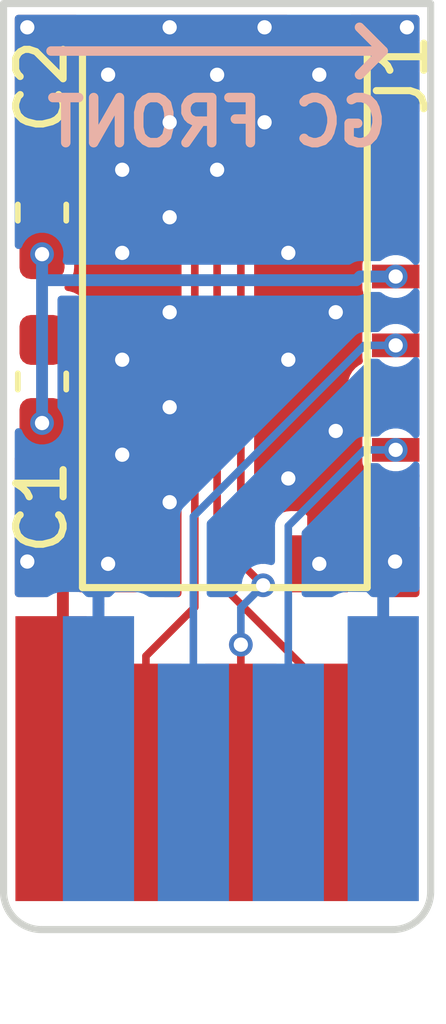
<source format=kicad_pcb>
(kicad_pcb (version 20171130) (host pcbnew "(5.1.5)-3")

  (general
    (thickness 1.2)
    (drawings 10)
    (tracks 93)
    (zones 0)
    (modules 4)
    (nets 8)
  )

  (page A4)
  (layers
    (0 F.Cu signal)
    (31 B.Cu signal)
    (32 B.Adhes user)
    (33 F.Adhes user)
    (34 B.Paste user)
    (35 F.Paste user)
    (36 B.SilkS user)
    (37 F.SilkS user)
    (38 B.Mask user)
    (39 F.Mask user)
    (40 Dwgs.User user)
    (41 Cmts.User user)
    (42 Eco1.User user)
    (43 Eco2.User user)
    (44 Edge.Cuts user)
    (45 Margin user)
    (46 B.CrtYd user)
    (47 F.CrtYd user)
    (48 B.Fab user)
    (49 F.Fab user)
  )

  (setup
    (last_trace_width 0.16)
    (user_trace_width 0.3)
    (user_trace_width 0.4)
    (trace_clearance 0.2)
    (zone_clearance 0.16)
    (zone_45_only no)
    (trace_min 0.16)
    (via_size 0.5)
    (via_drill 0.3)
    (via_min_size 0.5)
    (via_min_drill 0.3)
    (blind_buried_vias_allowed yes)
    (uvia_size 0.3)
    (uvia_drill 0.1)
    (uvias_allowed no)
    (uvia_min_size 0.2)
    (uvia_min_drill 0.1)
    (edge_width 0.15)
    (segment_width 0.2)
    (pcb_text_width 0.3)
    (pcb_text_size 1.5 1.5)
    (mod_edge_width 0.15)
    (mod_text_size 1 1)
    (mod_text_width 0.15)
    (pad_size 1.5 7)
    (pad_drill 0)
    (pad_to_mask_clearance 0.2)
    (aux_axis_origin 0 0)
    (grid_origin 79.5 114)
    (visible_elements 7FFFFFFF)
    (pcbplotparams
      (layerselection 0x010f0_ffffffff)
      (usegerberextensions true)
      (usegerberattributes false)
      (usegerberadvancedattributes false)
      (creategerberjobfile false)
      (excludeedgelayer true)
      (linewidth 0.100000)
      (plotframeref false)
      (viasonmask false)
      (mode 1)
      (useauxorigin true)
      (hpglpennumber 1)
      (hpglpenspeed 20)
      (hpglpendiameter 15.000000)
      (psnegative false)
      (psa4output false)
      (plotreference true)
      (plotvalue true)
      (plotinvisibletext false)
      (padsonsilk false)
      (subtractmaskfromsilk false)
      (outputformat 1)
      (mirror false)
      (drillshape 0)
      (scaleselection 1)
      (outputdirectory "JLPCB"))
  )

  (net 0 "")
  (net 1 GND)
  (net 2 /INT)
  (net 3 /CLK)
  (net 4 /DO)
  (net 5 /DI)
  (net 6 /CS)
  (net 7 /3V3)

  (net_class Default "This is the default net class."
    (clearance 0.2)
    (trace_width 0.16)
    (via_dia 0.5)
    (via_drill 0.3)
    (uvia_dia 0.3)
    (uvia_drill 0.1)
    (add_net /CLK)
    (add_net /CS)
    (add_net /DI)
    (add_net /DO)
    (add_net /INT)
  )

  (net_class Power ""
    (clearance 0.2)
    (trace_width 0.25)
    (via_dia 0.5)
    (via_drill 0.3)
    (uvia_dia 0.3)
    (uvia_drill 0.1)
    (add_net /3V3)
    (add_net GND)
  )

  (module Capacitor_SMD:C_0603_1608Metric_Pad1.05x0.95mm_HandSolder (layer F.Cu) (tedit 5B301BBE) (tstamp 5DF4084C)
    (at 75.311 104.902 90)
    (descr "Capacitor SMD 0603 (1608 Metric), square (rectangular) end terminal, IPC_7351 nominal with elongated pad for handsoldering. (Body size source: http://www.tortai-tech.com/upload/download/2011102023233369053.pdf), generated with kicad-footprint-generator")
    (tags "capacitor handsolder")
    (path /5DF41C92)
    (attr smd)
    (fp_text reference C2 (at 2.652 -0.011 90) (layer F.SilkS)
      (effects (font (size 1 1) (thickness 0.15)))
    )
    (fp_text value 10uF (at 0 1.43 90) (layer F.Fab)
      (effects (font (size 1 1) (thickness 0.15)))
    )
    (fp_line (start -0.8 0.4) (end -0.8 -0.4) (layer F.Fab) (width 0.1))
    (fp_line (start -0.8 -0.4) (end 0.8 -0.4) (layer F.Fab) (width 0.1))
    (fp_line (start 0.8 -0.4) (end 0.8 0.4) (layer F.Fab) (width 0.1))
    (fp_line (start 0.8 0.4) (end -0.8 0.4) (layer F.Fab) (width 0.1))
    (fp_line (start -0.171267 -0.51) (end 0.171267 -0.51) (layer F.SilkS) (width 0.12))
    (fp_line (start -0.171267 0.51) (end 0.171267 0.51) (layer F.SilkS) (width 0.12))
    (fp_line (start -1.65 0.73) (end -1.65 -0.73) (layer F.CrtYd) (width 0.05))
    (fp_line (start -1.65 -0.73) (end 1.65 -0.73) (layer F.CrtYd) (width 0.05))
    (fp_line (start 1.65 -0.73) (end 1.65 0.73) (layer F.CrtYd) (width 0.05))
    (fp_line (start 1.65 0.73) (end -1.65 0.73) (layer F.CrtYd) (width 0.05))
    (fp_text user %R (at 0 0 90) (layer F.Fab)
      (effects (font (size 0.4 0.4) (thickness 0.06)))
    )
    (pad 1 smd roundrect (at -0.875 0 90) (size 1.05 0.95) (layers F.Cu F.Paste F.Mask) (roundrect_rratio 0.25)
      (net 7 /3V3))
    (pad 2 smd roundrect (at 0.875 0 90) (size 1.05 0.95) (layers F.Cu F.Paste F.Mask) (roundrect_rratio 0.25)
      (net 1 GND))
    (model ${KISYS3DMOD}/Capacitor_SMD.3dshapes/C_0603_1608Metric.wrl
      (at (xyz 0 0 0))
      (scale (xyz 1 1 1))
      (rotate (xyz 0 0 0))
    )
  )

  (module Capacitor_SMD:C_0603_1608Metric_Pad1.05x0.95mm_HandSolder (layer F.Cu) (tedit 5B301BBE) (tstamp 5DF4397F)
    (at 75.311 108.458 90)
    (descr "Capacitor SMD 0603 (1608 Metric), square (rectangular) end terminal, IPC_7351 nominal with elongated pad for handsoldering. (Body size source: http://www.tortai-tech.com/upload/download/2011102023233369053.pdf), generated with kicad-footprint-generator")
    (tags "capacitor handsolder")
    (path /5BB39511)
    (attr smd)
    (fp_text reference C1 (at -2.642 -0.011 90) (layer F.SilkS)
      (effects (font (size 1 1) (thickness 0.15)))
    )
    (fp_text value 10uF (at 0 1.43 90) (layer F.Fab)
      (effects (font (size 1 1) (thickness 0.15)))
    )
    (fp_line (start -0.8 0.4) (end -0.8 -0.4) (layer F.Fab) (width 0.1))
    (fp_line (start -0.8 -0.4) (end 0.8 -0.4) (layer F.Fab) (width 0.1))
    (fp_line (start 0.8 -0.4) (end 0.8 0.4) (layer F.Fab) (width 0.1))
    (fp_line (start 0.8 0.4) (end -0.8 0.4) (layer F.Fab) (width 0.1))
    (fp_line (start -0.171267 -0.51) (end 0.171267 -0.51) (layer F.SilkS) (width 0.12))
    (fp_line (start -0.171267 0.51) (end 0.171267 0.51) (layer F.SilkS) (width 0.12))
    (fp_line (start -1.65 0.73) (end -1.65 -0.73) (layer F.CrtYd) (width 0.05))
    (fp_line (start -1.65 -0.73) (end 1.65 -0.73) (layer F.CrtYd) (width 0.05))
    (fp_line (start 1.65 -0.73) (end 1.65 0.73) (layer F.CrtYd) (width 0.05))
    (fp_line (start 1.65 0.73) (end -1.65 0.73) (layer F.CrtYd) (width 0.05))
    (fp_text user %R (at 0 0 90) (layer F.Fab)
      (effects (font (size 0.4 0.4) (thickness 0.06)))
    )
    (pad 1 smd roundrect (at -0.875 0 90) (size 1.05 0.95) (layers F.Cu F.Paste F.Mask) (roundrect_rratio 0.25)
      (net 7 /3V3))
    (pad 2 smd roundrect (at 0.875 0 90) (size 1.05 0.95) (layers F.Cu F.Paste F.Mask) (roundrect_rratio 0.25)
      (net 1 GND))
    (model ${KISYS3DMOD}/Capacitor_SMD.3dshapes/C_0603_1608Metric.wrl
      (at (xyz 0 0 0))
      (scale (xyz 1 1 1))
      (rotate (xyz 0 0 0))
    )
  )

  (module gc_sp2:1050270001 (layer F.Cu) (tedit 5BB4CF60) (tstamp 5DF45681)
    (at 82.763 110.998 90)
    (path /5BB385EE)
    (attr smd)
    (fp_text reference J1 (at 8.998 0.137 90) (layer F.SilkS)
      (effects (font (size 1 1) (thickness 0.15)))
    )
    (fp_text value Micro_SD_Card (at 4 -3.9 270) (layer F.Fab)
      (effects (font (size 1 1) (thickness 0.15)))
    )
    (fp_line (start -1.8 -0.6) (end -1.8 -6.6) (layer F.SilkS) (width 0.15))
    (fp_line (start 9.5 -0.6) (end -1.8 -0.6) (layer F.SilkS) (width 0.15))
    (fp_line (start 9.5 -6.6) (end 9.5 -0.6) (layer F.SilkS) (width 0.15))
    (fp_line (start -1.8 -6.6) (end 9.5 -6.6) (layer F.SilkS) (width 0.15))
    (pad 9 smd rect (at -1.3 -6.06 90) (size 1.2 1.2) (layers F.Cu F.Paste F.Mask)
      (net 1 GND))
    (pad 9 smd rect (at -1.3 -1.61 90) (size 1.2 1.2) (layers F.Cu F.Paste F.Mask)
      (net 1 GND))
    (pad 9 smd rect (at 9 -6.06 90) (size 1.2 1.2) (layers F.Cu F.Paste F.Mask)
      (net 1 GND))
    (pad 9 smd rect (at 9 -1.61 90) (size 1.2 1.2) (layers F.Cu F.Paste F.Mask)
      (net 1 GND))
    (pad 1 smd rect (at 7.7 0 90) (size 0.5 1) (layers F.Cu F.Paste F.Mask)
      (net 2 /INT))
    (pad 2 smd rect (at 6.6 0 90) (size 0.5 1) (layers F.Cu F.Paste F.Mask)
      (net 6 /CS))
    (pad 3 smd rect (at 5.5 0 90) (size 0.5 1) (layers F.Cu F.Paste F.Mask)
      (net 5 /DI))
    (pad 4 smd rect (at 4.75 0 90) (size 0.5 1) (layers F.Cu F.Paste F.Mask)
      (net 7 /3V3))
    (pad "" smd rect (at 4.05 0 90) (size 0.5 1) (layers F.Cu F.Paste F.Mask))
    (pad 5 smd rect (at 3.3 0 90) (size 0.5 1) (layers F.Cu F.Paste F.Mask)
      (net 3 /CLK))
    (pad 6 smd rect (at 2.2 0 90) (size 0.5 1) (layers F.Cu F.Paste F.Mask)
      (net 1 GND))
    (pad 7 smd rect (at 1.1 0 90) (size 0.5 1) (layers F.Cu F.Paste F.Mask)
      (net 4 /DO))
    (pad 8 smd rect (at 0 0 90) (size 0.5 1) (layers F.Cu F.Paste F.Mask))
  )

  (module gc_sp2:SP2_FootPrint (layer F.Cu) (tedit 5DF3D67E) (tstamp 5DF40815)
    (at 75.5 116.4)
    (path /5BB384EE)
    (attr smd)
    (fp_text reference P1 (at -0.5 4.75) (layer F.SilkS) hide
      (effects (font (size 1 1) (thickness 0.15)))
    )
    (fp_text value SerialPort (at 4.5 4.75) (layer F.Fab)
      (effects (font (size 1 1) (thickness 0.15)))
    )
    (pad 8 smd rect (at 7 0) (size 1.5 6) (layers B.Cu B.Paste B.Mask)
      (net 1 GND))
    (pad 7 smd rect (at 6 0.5) (size 1.5 5) (layers F.Cu F.Paste F.Mask)
      (net 6 /CS))
    (pad 6 smd rect (at 5 0.5) (size 1.5 5) (layers B.Cu B.Paste B.Mask)
      (net 4 /DO))
    (pad 5 smd rect (at 4 0.5) (size 1.5 5) (layers F.Cu F.Paste F.Mask)
      (net 5 /DI))
    (pad 4 smd rect (at 3 0.5) (size 1.5 5) (layers B.Cu B.Adhes B.Mask)
      (net 3 /CLK))
    (pad 3 smd rect (at 2 0.5) (size 1.5 5) (layers F.Cu F.Paste F.Mask)
      (net 2 /INT))
    (pad 2 smd rect (at 1 0) (size 1.5 6) (layers B.Cu B.Paste B.Mask)
      (net 1 GND))
    (pad 1 smd rect (at 0 0) (size 1.5 6) (layers F.Cu F.Paste F.Mask)
      (net 7 /3V3))
  )

  (gr_text "GC FRONT" (at 79 103) (layer B.SilkS) (tstamp 5DF455CF)
    (effects (font (size 0.95 0.95) (thickness 0.2)) (justify mirror))
  )
  (gr_line (start 82.5 101.5) (end 82 102) (layer B.SilkS) (width 0.2))
  (gr_line (start 82 101) (end 82.5 101.5) (layer B.SilkS) (width 0.2) (tstamp 5DF45589))
  (gr_line (start 75.5 101.5) (end 82.5 101.5) (layer B.SilkS) (width 0.2))
  (gr_arc (start 75.3 119.2) (end 74.5 119.2) (angle -90) (layer Edge.Cuts) (width 0.15) (tstamp 5DF43BBE))
  (gr_arc (start 82.7 119.2) (end 83.5 119.2) (angle 90) (layer Edge.Cuts) (width 0.15))
  (gr_line (start 75.3 120) (end 82.7 120) (layer Edge.Cuts) (width 0.15) (tstamp 5DF425B4))
  (gr_line (start 74.5 100.5) (end 74.5 119.2) (layer Edge.Cuts) (width 0.15) (tstamp 5DF425AE))
  (gr_line (start 83.5 100.5) (end 83.5 119.2) (layer Edge.Cuts) (width 0.15) (tstamp 5DF425C0))
  (gr_line (start 74.5 100.5) (end 83.5 100.5) (layer Edge.Cuts) (width 0.15) (tstamp 5DF42599))

  (via (at 81.153 101.998) (size 0.5) (drill 0.3) (layers F.Cu B.Cu) (net 1))
  (via (at 76.703 101.998) (size 0.5) (drill 0.3) (layers F.Cu B.Cu) (net 1))
  (segment (start 76.5 116.4) (end 76.5 113.15) (width 0.25) (layer B.Cu) (net 1) (tstamp 5DF43E85))
  (segment (start 76.5 113.15) (end 76.5 112) (width 0.25) (layer B.Cu) (net 1))
  (segment (start 82.5 116.4) (end 82.5 112.5) (width 0.25) (layer B.Cu) (net 1))
  (segment (start 82.5 112.5) (end 82.5 112) (width 0.25) (layer B.Cu) (net 1))
  (via (at 77 110) (size 0.5) (drill 0.3) (layers F.Cu B.Cu) (net 1))
  (via (at 78 109) (size 0.5) (drill 0.3) (layers F.Cu B.Cu) (net 1))
  (via (at 77 108) (size 0.5) (drill 0.3) (layers F.Cu B.Cu) (net 1))
  (via (at 78 107) (size 0.5) (drill 0.3) (layers F.Cu B.Cu) (net 1))
  (via (at 78 105) (size 0.5) (drill 0.3) (layers F.Cu B.Cu) (net 1) (tstamp 5DF44FD4))
  (via (at 77 104) (size 0.5) (drill 0.3) (layers F.Cu B.Cu) (net 1))
  (via (at 80 101) (size 0.5) (drill 0.3) (layers F.Cu B.Cu) (net 1) (tstamp 5DF44FED))
  (via (at 75 101) (size 0.5) (drill 0.3) (layers F.Cu B.Cu) (net 1))
  (via (at 78 101) (size 0.5) (drill 0.3) (layers F.Cu B.Cu) (net 1))
  (via (at 79 102) (size 0.5) (drill 0.3) (layers F.Cu B.Cu) (net 1))
  (via (at 83 101) (size 0.5) (drill 0.3) (layers F.Cu B.Cu) (net 1))
  (via (at 81.153 112.298) (size 0.5) (drill 0.3) (layers F.Cu B.Cu) (net 1))
  (via (at 78 111) (size 0.5) (drill 0.3) (layers F.Cu B.Cu) (net 1))
  (via (at 81.5 109.5) (size 0.5) (drill 0.3) (layers F.Cu B.Cu) (net 1))
  (via (at 80.5 110.5) (size 0.5) (drill 0.3) (layers F.Cu B.Cu) (net 1))
  (via (at 75 112.25) (size 0.5) (drill 0.3) (layers F.Cu B.Cu) (net 1))
  (via (at 82.75 112.25) (size 0.5) (drill 0.3) (layers F.Cu B.Cu) (net 1))
  (via (at 79 104) (size 0.5) (drill 0.3) (layers F.Cu B.Cu) (net 1))
  (via (at 81.5 107) (size 0.5) (drill 0.3) (layers F.Cu B.Cu) (net 1))
  (via (at 80.5 108) (size 0.5) (drill 0.3) (layers F.Cu B.Cu) (net 1))
  (via (at 77 105.75) (size 0.5) (drill 0.3) (layers F.Cu B.Cu) (net 1))
  (via (at 80.5 105.75) (size 0.5) (drill 0.3) (layers F.Cu B.Cu) (net 1))
  (via (at 76.703 112.298) (size 0.5) (drill 0.3) (layers F.Cu B.Cu) (net 1) (tstamp 5DF45581))
  (via (at 78 103) (size 0.5) (drill 0.3) (layers F.Cu B.Cu) (net 1) (tstamp 5DF4099D))
  (via (at 80 103) (size 0.5) (drill 0.3) (layers F.Cu B.Cu) (net 1) (tstamp 5DF409C9))
  (segment (start 77.5 114.24) (end 77.5 116.9) (width 0.16) (layer F.Cu) (net 2))
  (segment (start 78.530001 113.209999) (end 77.5 114.24) (width 0.16) (layer F.Cu) (net 2))
  (segment (start 78.530001 106.969999) (end 78.530001 105.254401) (width 0.16) (layer F.Cu) (net 2))
  (segment (start 78.530001 106.969999) (end 78.530001 113.209999) (width 0.16) (layer F.Cu) (net 2))
  (segment (start 78.530001 106.745599) (end 78.530001 106.969999) (width 0.16) (layer F.Cu) (net 2))
  (segment (start 78.530001 105.254401) (end 80.034402 103.75) (width 0.16) (layer F.Cu) (net 2))
  (segment (start 81.651 103.75) (end 81.5 103.75) (width 0.16) (layer F.Cu) (net 2))
  (segment (start 82.103 103.298) (end 81.651 103.75) (width 0.16) (layer F.Cu) (net 2))
  (segment (start 82.763 103.298) (end 82.103 103.298) (width 0.16) (layer F.Cu) (net 2))
  (segment (start 80.034402 103.75) (end 81.5 103.75) (width 0.16) (layer F.Cu) (net 2))
  (via (at 82.763 107.698) (size 0.5) (drill 0.3) (layers F.Cu B.Cu) (net 3))
  (segment (start 82.103 107.698) (end 82.763 107.698) (width 0.16) (layer B.Cu) (net 3))
  (segment (start 78.5 111.301) (end 78.5 116.9) (width 0.16) (layer B.Cu) (net 3))
  (segment (start 82.103 107.698) (end 78.5 111.301) (width 0.16) (layer B.Cu) (net 3))
  (via (at 82.763 109.898) (size 0.5) (drill 0.3) (layers F.Cu B.Cu) (net 4))
  (segment (start 80.5 111.501) (end 82.103 109.898) (width 0.16) (layer B.Cu) (net 4))
  (segment (start 82.103 109.898) (end 82.763 109.898) (width 0.16) (layer B.Cu) (net 4))
  (segment (start 80.5 116.9) (end 80.5 111.501) (width 0.16) (layer B.Cu) (net 4))
  (segment (start 79.25 116.65) (end 79.5 116.9) (width 0.16) (layer F.Cu) (net 5))
  (via (at 79.5 114) (size 0.5) (drill 0.3) (layers F.Cu B.Cu) (net 5))
  (segment (start 79.5 116.9) (end 79.5 114.24) (width 0.16) (layer F.Cu) (net 5))
  (segment (start 79.5 114.24) (end 79.5 114) (width 0.16) (layer F.Cu) (net 5))
  (via (at 79.97 112.75) (size 0.5) (drill 0.3) (layers F.Cu B.Cu) (net 5))
  (segment (start 79.5 112.28) (end 79.97 112.75) (width 0.16) (layer F.Cu) (net 5))
  (segment (start 79.97 112.75) (end 79.5 113.22) (width 0.16) (layer B.Cu) (net 5))
  (segment (start 79.5 113.22) (end 79.5 114) (width 0.16) (layer B.Cu) (net 5))
  (segment (start 79.5 108) (end 79.5 108.5) (width 0.16) (layer F.Cu) (net 5))
  (segment (start 79.5 108.5) (end 79.5 112.28) (width 0.16) (layer F.Cu) (net 5))
  (segment (start 79.5 105.75) (end 80.25 105) (width 0.16) (layer F.Cu) (net 5))
  (segment (start 79.5 108.5) (end 79.5 105.75) (width 0.16) (layer F.Cu) (net 5))
  (segment (start 80.25 105) (end 81.75 105) (width 0.16) (layer F.Cu) (net 5))
  (segment (start 82.252 105.498) (end 82.763 105.498) (width 0.16) (layer F.Cu) (net 5))
  (segment (start 82.25 105.5) (end 82.252 105.498) (width 0.16) (layer F.Cu) (net 5))
  (segment (start 81.75 105) (end 82.25 105.5) (width 0.16) (layer F.Cu) (net 5))
  (segment (start 79 112.65) (end 81.5 115.15) (width 0.16) (layer F.Cu) (net 6))
  (segment (start 81.5 115.15) (end 81.5 116.9) (width 0.16) (layer F.Cu) (net 6))
  (segment (start 82.763 104.398) (end 80.102 104.398) (width 0.16) (layer F.Cu) (net 6))
  (segment (start 80.102 104.398) (end 79 105.5) (width 0.16) (layer F.Cu) (net 6))
  (segment (start 79 105.5) (end 79 106.25) (width 0.16) (layer F.Cu) (net 6))
  (segment (start 79 106.25) (end 79 106.75) (width 0.16) (layer F.Cu) (net 6))
  (segment (start 79 106.784402) (end 79 106.75) (width 0.16) (layer F.Cu) (net 6))
  (segment (start 79 106.75) (end 79 112.65) (width 0.16) (layer F.Cu) (net 6))
  (via (at 75.311 105.777) (size 0.5) (drill 0.3) (layers F.Cu B.Cu) (net 7))
  (via (at 82.763 106.248) (size 0.5) (drill 0.3) (layers F.Cu B.Cu) (net 7))
  (segment (start 75.311 116.211) (end 75.5 116.4) (width 0.25) (layer F.Cu) (net 7))
  (segment (start 75.311 109.333) (end 75.311 109.333) (width 0.25) (layer F.Cu) (net 7))
  (via (at 75.311 109.333) (size 0.5) (drill 0.3) (layers F.Cu B.Cu) (net 7))
  (segment (start 75.311 109.333) (end 75.311 108.808) (width 0.25) (layer B.Cu) (net 7))
  (segment (start 75.311 108.808) (end 75.311 106.25) (width 0.25) (layer B.Cu) (net 7))
  (segment (start 75.311 106.25) (end 75.311 105.777) (width 0.25) (layer B.Cu) (net 7))
  (segment (start 75.334001 106.325001) (end 75.311 106.302) (width 0.25) (layer B.Cu) (net 7))
  (segment (start 81.935999 106.325001) (end 75.334001 106.325001) (width 0.25) (layer B.Cu) (net 7))
  (segment (start 82.013 106.248) (end 81.935999 106.325001) (width 0.25) (layer B.Cu) (net 7))
  (segment (start 75.311 106.302) (end 75.311 105.777) (width 0.25) (layer B.Cu) (net 7))
  (segment (start 82.763 106.248) (end 82.013 106.248) (width 0.25) (layer B.Cu) (net 7))
  (segment (start 75.5 115.25) (end 75.777999 114.972001) (width 0.25) (layer F.Cu) (net 7))
  (segment (start 75.5 116.4) (end 75.5 115.25) (width 0.25) (layer F.Cu) (net 7))
  (segment (start 75.728 109.75) (end 75.311 109.333) (width 0.25) (layer F.Cu) (net 7))
  (segment (start 75.75 109.75) (end 75.728 109.75) (width 0.25) (layer F.Cu) (net 7))
  (segment (start 75.75 113.5) (end 75.75 109.75) (width 0.25) (layer F.Cu) (net 7))
  (segment (start 75.5 116.4) (end 75.5 113.75) (width 0.25) (layer F.Cu) (net 7))
  (segment (start 75.5 113.75) (end 75.75 113.5) (width 0.25) (layer F.Cu) (net 7))

  (zone (net 1) (net_name GND) (layer F.Cu) (tstamp 5DF409F9) (hatch edge 0.508)
    (connect_pads (clearance 0.16))
    (min_thickness 0.16)
    (fill yes (arc_segments 32) (thermal_gap 0.508) (thermal_bridge_width 0.508))
    (polygon
      (pts
        (xy 83.5 113) (xy 74.5 113) (xy 74.5 100.5) (xy 83.5 100.5)
      )
    )
    (filled_polygon
      (pts
        (xy 81.981646 105.740763) (xy 81.981646 105.748) (xy 81.987052 105.802889) (xy 82.003063 105.85567) (xy 82.012326 105.873)
        (xy 82.003063 105.89033) (xy 81.987052 105.943111) (xy 81.981646 105.998) (xy 81.981646 106.498) (xy 81.987052 106.552889)
        (xy 82.000736 106.598) (xy 81.987052 106.643111) (xy 81.981646 106.698) (xy 81.981646 107.198) (xy 81.987052 107.252889)
        (xy 82.003063 107.30567) (xy 82.012326 107.323) (xy 82.003063 107.34033) (xy 81.987052 107.393111) (xy 81.981646 107.448)
        (xy 81.981646 107.948) (xy 81.987052 108.002889) (xy 81.993767 108.025024) (xy 81.955745 108.04333) (xy 81.863192 108.112969)
        (xy 81.786004 108.199327) (xy 81.727147 108.299084) (xy 81.688882 108.408406) (xy 81.675 108.481) (xy 81.822 108.628)
        (xy 82.589 108.628) (xy 82.589 108.604) (xy 82.937 108.604) (xy 82.937 108.628) (xy 82.957 108.628)
        (xy 82.957 108.968) (xy 82.937 108.968) (xy 82.937 108.992) (xy 82.589 108.992) (xy 82.589 108.968)
        (xy 81.822 108.968) (xy 81.675 109.115) (xy 81.688882 109.187594) (xy 81.727147 109.296916) (xy 81.786004 109.396673)
        (xy 81.863192 109.483031) (xy 81.955745 109.55267) (xy 81.993767 109.570976) (xy 81.987052 109.593111) (xy 81.981646 109.648)
        (xy 81.981646 110.148) (xy 81.987052 110.202889) (xy 82.003063 110.25567) (xy 82.029063 110.304312) (xy 82.064053 110.346947)
        (xy 82.106688 110.381937) (xy 82.15533 110.407937) (xy 82.208111 110.423948) (xy 82.263 110.429354) (xy 83.185001 110.429354)
        (xy 83.185001 110.466646) (xy 82.263 110.466646) (xy 82.208111 110.472052) (xy 82.15533 110.488063) (xy 82.106688 110.514063)
        (xy 82.064053 110.549053) (xy 82.029063 110.591688) (xy 82.003063 110.64033) (xy 81.987052 110.693111) (xy 81.981646 110.748)
        (xy 81.981646 111.153487) (xy 81.979107 111.15213) (xy 81.868268 111.118508) (xy 81.753 111.107155) (xy 81.474 111.11)
        (xy 81.327 111.257) (xy 81.327 112.124) (xy 82.194 112.124) (xy 82.341 111.977) (xy 82.343845 111.698)
        (xy 82.332492 111.582732) (xy 82.3163 111.529354) (xy 83.185001 111.529354) (xy 83.185001 112.92) (xy 82.341678 112.92)
        (xy 82.343845 112.898) (xy 82.341 112.619) (xy 82.194 112.472) (xy 81.327 112.472) (xy 81.327 112.492)
        (xy 80.979 112.492) (xy 80.979 112.472) (xy 80.959 112.472) (xy 80.959 112.124) (xy 80.979 112.124)
        (xy 80.979 111.257) (xy 80.832 111.11) (xy 80.553 111.107155) (xy 80.437732 111.118508) (xy 80.326893 111.15213)
        (xy 80.224744 111.20673) (xy 80.135209 111.280209) (xy 80.06173 111.369744) (xy 80.00713 111.471893) (xy 79.973508 111.582732)
        (xy 79.962155 111.698) (xy 79.965 111.977) (xy 80.111998 112.123998) (xy 79.965 112.123998) (xy 79.965 112.22)
        (xy 79.949116 112.22) (xy 79.86 112.130884) (xy 79.86 105.899116) (xy 80.399117 105.36) (xy 81.600884 105.36)
      )
    )
    (filled_polygon
      (pts
        (xy 74.874943 110.099859) (xy 74.972277 110.129384) (xy 75.0735 110.139354) (xy 75.345001 110.139354) (xy 75.345 112.92)
        (xy 74.815 112.92) (xy 74.815 110.067818)
      )
    )
    (filled_polygon
      (pts
        (xy 75.987732 100.818508) (xy 75.876893 100.85213) (xy 75.774744 100.90673) (xy 75.685209 100.980209) (xy 75.61173 101.069744)
        (xy 75.55713 101.171893) (xy 75.523508 101.282732) (xy 75.512155 101.398) (xy 75.515 101.677) (xy 75.662 101.824)
        (xy 76.529 101.824) (xy 76.529 101.804) (xy 76.877 101.804) (xy 76.877 101.824) (xy 77.744 101.824)
        (xy 77.891 101.677) (xy 77.893845 101.398) (xy 77.882492 101.282732) (xy 77.84887 101.171893) (xy 77.79427 101.069744)
        (xy 77.720791 100.980209) (xy 77.631256 100.90673) (xy 77.529107 100.85213) (xy 77.418268 100.818508) (xy 77.382651 100.815)
        (xy 80.473349 100.815) (xy 80.437732 100.818508) (xy 80.326893 100.85213) (xy 80.224744 100.90673) (xy 80.135209 100.980209)
        (xy 80.06173 101.069744) (xy 80.00713 101.171893) (xy 79.973508 101.282732) (xy 79.962155 101.398) (xy 79.965 101.677)
        (xy 80.112 101.824) (xy 80.979 101.824) (xy 80.979 101.804) (xy 81.327 101.804) (xy 81.327 101.824)
        (xy 82.194 101.824) (xy 82.341 101.677) (xy 82.343845 101.398) (xy 82.332492 101.282732) (xy 82.29887 101.171893)
        (xy 82.24427 101.069744) (xy 82.170791 100.980209) (xy 82.081256 100.90673) (xy 81.979107 100.85213) (xy 81.868268 100.818508)
        (xy 81.832651 100.815) (xy 83.185 100.815) (xy 83.185 102.766646) (xy 82.3163 102.766646) (xy 82.332492 102.713268)
        (xy 82.343845 102.598) (xy 82.341 102.319) (xy 82.194 102.172) (xy 81.327 102.172) (xy 81.327 103.039)
        (xy 81.474 103.186) (xy 81.703543 103.188341) (xy 81.501884 103.39) (xy 80.052077 103.39) (xy 80.034401 103.388259)
        (xy 79.963829 103.39521) (xy 79.943244 103.401455) (xy 79.89597 103.415795) (xy 79.833429 103.449223) (xy 79.778612 103.49421)
        (xy 79.76734 103.507945) (xy 78.287947 104.987339) (xy 78.274212 104.998611) (xy 78.229225 105.053428) (xy 78.226734 105.058089)
        (xy 78.195797 105.115969) (xy 78.175211 105.183829) (xy 78.16826 105.254401) (xy 78.170002 105.272087) (xy 78.170001 106.727922)
        (xy 78.170001 106.952324) (xy 78.170002 112.92) (xy 77.891678 112.92) (xy 77.893845 112.898) (xy 77.891 112.619)
        (xy 77.744 112.472) (xy 76.877 112.472) (xy 76.877 112.492) (xy 76.529 112.492) (xy 76.529 112.472)
        (xy 76.509 112.472) (xy 76.509 112.124) (xy 76.529 112.124) (xy 76.529 111.257) (xy 76.877 111.257)
        (xy 76.877 112.124) (xy 77.744 112.124) (xy 77.891 111.977) (xy 77.893845 111.698) (xy 77.882492 111.582732)
        (xy 77.84887 111.471893) (xy 77.79427 111.369744) (xy 77.720791 111.280209) (xy 77.631256 111.20673) (xy 77.529107 111.15213)
        (xy 77.418268 111.118508) (xy 77.303 111.107155) (xy 77.024 111.11) (xy 76.877 111.257) (xy 76.529 111.257)
        (xy 76.382 111.11) (xy 76.155 111.107685) (xy 76.155 109.769889) (xy 76.156959 109.75) (xy 76.149139 109.670606)
        (xy 76.125981 109.594264) (xy 76.088374 109.523906) (xy 76.067354 109.498293) (xy 76.067354 109.0455) (xy 76.057384 108.944277)
        (xy 76.027859 108.846943) (xy 75.979911 108.75724) (xy 75.918404 108.682294) (xy 76.012107 108.65387) (xy 76.114256 108.59927)
        (xy 76.203791 108.525791) (xy 76.27727 108.436256) (xy 76.33187 108.334107) (xy 76.365492 108.223268) (xy 76.376845 108.108)
        (xy 76.374 107.904) (xy 76.227 107.757) (xy 75.485 107.757) (xy 75.485 107.777) (xy 75.137 107.777)
        (xy 75.137 107.757) (xy 75.117 107.757) (xy 75.117 107.409) (xy 75.137 107.409) (xy 75.137 107.389)
        (xy 75.485 107.389) (xy 75.485 107.409) (xy 76.227 107.409) (xy 76.374 107.262) (xy 76.376845 107.058)
        (xy 76.365492 106.942732) (xy 76.33187 106.831893) (xy 76.27727 106.729744) (xy 76.203791 106.640209) (xy 76.114256 106.56673)
        (xy 76.012107 106.51213) (xy 75.901268 106.478508) (xy 75.862606 106.4747) (xy 75.915385 106.431385) (xy 75.979911 106.35276)
        (xy 76.027859 106.263057) (xy 76.057384 106.165723) (xy 76.067354 106.0645) (xy 76.067354 105.4895) (xy 76.057384 105.388277)
        (xy 76.027859 105.290943) (xy 75.979911 105.20124) (xy 75.918404 105.126294) (xy 76.012107 105.09787) (xy 76.114256 105.04327)
        (xy 76.203791 104.969791) (xy 76.27727 104.880256) (xy 76.33187 104.778107) (xy 76.365492 104.667268) (xy 76.376845 104.552)
        (xy 76.374 104.348) (xy 76.227 104.201) (xy 75.485 104.201) (xy 75.485 104.221) (xy 75.137 104.221)
        (xy 75.137 104.201) (xy 75.117 104.201) (xy 75.117 103.853) (xy 75.137 103.853) (xy 75.137 103.061)
        (xy 75.485 103.061) (xy 75.485 103.853) (xy 76.227 103.853) (xy 76.374 103.706) (xy 76.376845 103.502)
        (xy 76.365492 103.386732) (xy 76.33187 103.275893) (xy 76.284353 103.186996) (xy 76.382 103.186) (xy 76.529 103.039)
        (xy 76.529 102.172) (xy 76.877 102.172) (xy 76.877 103.039) (xy 77.024 103.186) (xy 77.303 103.188845)
        (xy 77.418268 103.177492) (xy 77.529107 103.14387) (xy 77.631256 103.08927) (xy 77.720791 103.015791) (xy 77.79427 102.926256)
        (xy 77.84887 102.824107) (xy 77.882492 102.713268) (xy 77.893845 102.598) (xy 79.962155 102.598) (xy 79.973508 102.713268)
        (xy 80.00713 102.824107) (xy 80.06173 102.926256) (xy 80.135209 103.015791) (xy 80.224744 103.08927) (xy 80.326893 103.14387)
        (xy 80.437732 103.177492) (xy 80.553 103.188845) (xy 80.832 103.186) (xy 80.979 103.039) (xy 80.979 102.172)
        (xy 80.112 102.172) (xy 79.965 102.319) (xy 79.962155 102.598) (xy 77.893845 102.598) (xy 77.891 102.319)
        (xy 77.744 102.172) (xy 76.877 102.172) (xy 76.529 102.172) (xy 75.662 102.172) (xy 75.515 102.319)
        (xy 75.512155 102.598) (xy 75.523508 102.713268) (xy 75.55713 102.824107) (xy 75.61173 102.926256) (xy 75.615342 102.930658)
        (xy 75.485 103.061) (xy 75.137 103.061) (xy 74.99 102.914) (xy 74.836 102.911155) (xy 74.815 102.913223)
        (xy 74.815 100.815) (xy 76.023349 100.815)
      )
    )
  )
  (zone (net 1) (net_name GND) (layer B.Cu) (tstamp 5DF409F6) (hatch edge 0.508)
    (connect_pads (clearance 0.16))
    (min_thickness 0.16)
    (fill yes (arc_segments 32) (thermal_gap 0.508) (thermal_bridge_width 0.508))
    (polygon
      (pts
        (xy 83.5 113) (xy 74.5 113) (xy 74.5 100.5) (xy 83.5 100.5)
      )
    )
    (filled_polygon
      (pts
        (xy 83.185001 112.809586) (xy 82.821 112.812) (xy 82.713 112.92) (xy 82.287 112.92) (xy 82.179 112.812)
        (xy 81.75 112.809155) (xy 81.634732 112.820508) (xy 81.523893 112.85413) (xy 81.421744 112.90873) (xy 81.408011 112.92)
        (xy 80.86 112.92) (xy 80.86 111.650116) (xy 82.252117 110.258) (xy 82.373467 110.258) (xy 82.425145 110.309678)
        (xy 82.511951 110.36768) (xy 82.608405 110.407632) (xy 82.7108 110.428) (xy 82.8152 110.428) (xy 82.917595 110.407632)
        (xy 83.014049 110.36768) (xy 83.100855 110.309678) (xy 83.174678 110.235855) (xy 83.185001 110.220406)
      )
    )
    (filled_polygon
      (pts
        (xy 83.185 107.375593) (xy 83.174678 107.360145) (xy 83.100855 107.286322) (xy 83.014049 107.22832) (xy 82.917595 107.188368)
        (xy 82.8152 107.168) (xy 82.7108 107.168) (xy 82.608405 107.188368) (xy 82.511951 107.22832) (xy 82.425145 107.286322)
        (xy 82.373467 107.338) (xy 82.120675 107.338) (xy 82.102999 107.336259) (xy 82.032427 107.34321) (xy 82.011842 107.349455)
        (xy 81.964568 107.363795) (xy 81.902027 107.397223) (xy 81.84721 107.44221) (xy 81.835934 107.45595) (xy 78.257946 111.033938)
        (xy 78.24421 111.045211) (xy 78.199223 111.100028) (xy 78.165795 111.162569) (xy 78.154373 111.200223) (xy 78.14521 111.230428)
        (xy 78.138259 111.301) (xy 78.14 111.318676) (xy 78.14 112.92) (xy 77.591989 112.92) (xy 77.578256 112.90873)
        (xy 77.476107 112.85413) (xy 77.365268 112.820508) (xy 77.25 112.809155) (xy 76.821 112.812) (xy 76.713 112.92)
        (xy 76.287 112.92) (xy 76.179 112.812) (xy 75.75 112.809155) (xy 75.634732 112.820508) (xy 75.523893 112.85413)
        (xy 75.421744 112.90873) (xy 75.408011 112.92) (xy 74.815 112.92) (xy 74.815 109.520506) (xy 74.84132 109.584049)
        (xy 74.899322 109.670855) (xy 74.973145 109.744678) (xy 75.059951 109.80268) (xy 75.156405 109.842632) (xy 75.2588 109.863)
        (xy 75.3632 109.863) (xy 75.465595 109.842632) (xy 75.562049 109.80268) (xy 75.648855 109.744678) (xy 75.722678 109.670855)
        (xy 75.78068 109.584049) (xy 75.820632 109.487595) (xy 75.841 109.3852) (xy 75.841 109.2808) (xy 75.820632 109.178405)
        (xy 75.78068 109.081951) (xy 75.722678 108.995145) (xy 75.716 108.988467) (xy 75.716 106.730001) (xy 81.916118 106.730001)
        (xy 81.935999 106.731959) (xy 81.95588 106.730001) (xy 81.955888 106.730001) (xy 82.015393 106.72414) (xy 82.091735 106.700982)
        (xy 82.162093 106.663375) (xy 82.174735 106.653) (xy 82.418467 106.653) (xy 82.425145 106.659678) (xy 82.511951 106.71768)
        (xy 82.608405 106.757632) (xy 82.7108 106.778) (xy 82.8152 106.778) (xy 82.917595 106.757632) (xy 83.014049 106.71768)
        (xy 83.100855 106.659678) (xy 83.174678 106.585855) (xy 83.185 106.570407)
      )
    )
    (filled_polygon
      (pts
        (xy 83.185 109.575594) (xy 83.174678 109.560145) (xy 83.100855 109.486322) (xy 83.014049 109.42832) (xy 82.917595 109.388368)
        (xy 82.8152 109.368) (xy 82.7108 109.368) (xy 82.608405 109.388368) (xy 82.511951 109.42832) (xy 82.425145 109.486322)
        (xy 82.373467 109.538) (xy 82.120675 109.538) (xy 82.102999 109.536259) (xy 82.032427 109.54321) (xy 82.011842 109.549455)
        (xy 81.964568 109.563795) (xy 81.902027 109.597223) (xy 81.84721 109.64221) (xy 81.835938 109.655945) (xy 80.257946 111.233938)
        (xy 80.244211 111.24521) (xy 80.199224 111.300027) (xy 80.198704 111.301) (xy 80.165796 111.362568) (xy 80.14521 111.430428)
        (xy 80.138259 111.501) (xy 80.140001 111.518686) (xy 80.140001 112.246749) (xy 80.124595 112.240368) (xy 80.0222 112.22)
        (xy 79.9178 112.22) (xy 79.815405 112.240368) (xy 79.718951 112.28032) (xy 79.632145 112.338322) (xy 79.558322 112.412145)
        (xy 79.50032 112.498951) (xy 79.460368 112.595405) (xy 79.44 112.6978) (xy 79.44 112.770884) (xy 79.290884 112.92)
        (xy 78.86 112.92) (xy 78.86 111.450116) (xy 82.252116 108.058) (xy 82.373467 108.058) (xy 82.425145 108.109678)
        (xy 82.511951 108.16768) (xy 82.608405 108.207632) (xy 82.7108 108.228) (xy 82.8152 108.228) (xy 82.917595 108.207632)
        (xy 83.014049 108.16768) (xy 83.100855 108.109678) (xy 83.174678 108.035855) (xy 83.185 108.020406)
      )
    )
    (filled_polygon
      (pts
        (xy 83.185 105.925593) (xy 83.174678 105.910145) (xy 83.100855 105.836322) (xy 83.014049 105.77832) (xy 82.917595 105.738368)
        (xy 82.8152 105.718) (xy 82.7108 105.718) (xy 82.608405 105.738368) (xy 82.511951 105.77832) (xy 82.425145 105.836322)
        (xy 82.418467 105.843) (xy 82.032882 105.843) (xy 82.013 105.841042) (xy 81.993119 105.843) (xy 81.993111 105.843)
        (xy 81.933606 105.848861) (xy 81.857264 105.872019) (xy 81.786906 105.909626) (xy 81.774264 105.920001) (xy 75.822938 105.920001)
        (xy 75.841 105.8292) (xy 75.841 105.7248) (xy 75.820632 105.622405) (xy 75.78068 105.525951) (xy 75.722678 105.439145)
        (xy 75.648855 105.365322) (xy 75.562049 105.30732) (xy 75.465595 105.267368) (xy 75.3632 105.247) (xy 75.2588 105.247)
        (xy 75.156405 105.267368) (xy 75.059951 105.30732) (xy 74.973145 105.365322) (xy 74.899322 105.439145) (xy 74.84132 105.525951)
        (xy 74.815 105.589494) (xy 74.815 100.815) (xy 83.185 100.815)
      )
    )
  )
)

</source>
